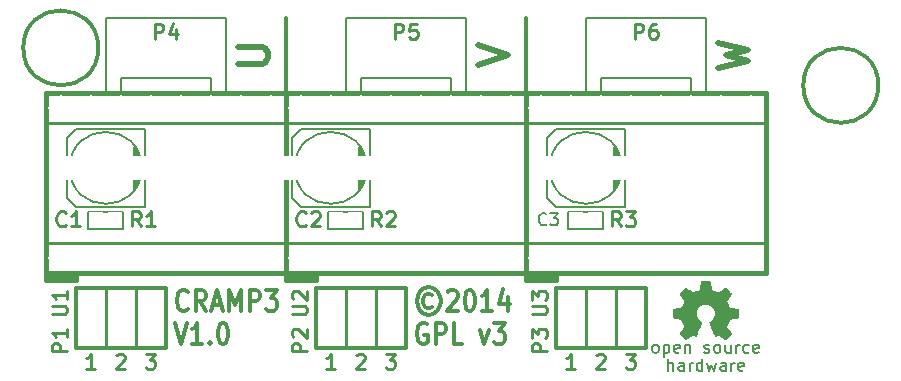
<source format=gto>
G04 (created by PCBNEW (2013-07-07 BZR 4022)-stable) date 5/12/2014 12:12:32 PM*
%MOIN*%
G04 Gerber Fmt 3.4, Leading zero omitted, Abs format*
%FSLAX34Y34*%
G01*
G70*
G90*
G04 APERTURE LIST*
%ADD10C,0.008*%
%ADD11C,0.012*%
%ADD12C,0.02*%
%ADD13C,0.01*%
%ADD14C,0.006*%
%ADD15C,0.015*%
%ADD16C,0.005*%
%ADD17C,0.0001*%
%ADD18R,0.0511024X0.0566142*%
%ADD19C,0.085*%
%ADD20R,0.085X0.085*%
%ADD21R,0.1617X0.083*%
%ADD22C,0.235*%
G04 APERTURE END LIST*
G54D10*
G54D11*
X31750Y-23500D02*
G75*
G03X31750Y-23500I-1250J0D01*
G74*
G01*
G54D12*
X52404Y-24178D02*
X53404Y-23940D01*
X52690Y-23749D01*
X53404Y-23559D01*
X52404Y-23321D01*
X44404Y-24083D02*
X45404Y-23750D01*
X44404Y-23416D01*
X36404Y-24035D02*
X37214Y-24035D01*
X37309Y-23988D01*
X37357Y-23940D01*
X37404Y-23845D01*
X37404Y-23654D01*
X37357Y-23559D01*
X37309Y-23511D01*
X37214Y-23464D01*
X36404Y-23464D01*
G54D11*
X46000Y-25000D02*
X46000Y-22500D01*
X38000Y-25000D02*
X38000Y-22500D01*
G54D13*
X47642Y-34202D02*
X47357Y-34202D01*
X47500Y-34202D02*
X47500Y-33702D01*
X47452Y-33773D01*
X47404Y-33821D01*
X47357Y-33845D01*
X48357Y-33750D02*
X48380Y-33726D01*
X48428Y-33702D01*
X48547Y-33702D01*
X48595Y-33726D01*
X48619Y-33750D01*
X48642Y-33797D01*
X48642Y-33845D01*
X48619Y-33916D01*
X48333Y-34202D01*
X48642Y-34202D01*
X49333Y-33702D02*
X49642Y-33702D01*
X49476Y-33892D01*
X49547Y-33892D01*
X49595Y-33916D01*
X49619Y-33940D01*
X49642Y-33988D01*
X49642Y-34107D01*
X49619Y-34154D01*
X49595Y-34178D01*
X49547Y-34202D01*
X49404Y-34202D01*
X49357Y-34178D01*
X49333Y-34154D01*
X31642Y-34202D02*
X31357Y-34202D01*
X31500Y-34202D02*
X31500Y-33702D01*
X31452Y-33773D01*
X31404Y-33821D01*
X31357Y-33845D01*
X32357Y-33750D02*
X32380Y-33726D01*
X32428Y-33702D01*
X32547Y-33702D01*
X32595Y-33726D01*
X32619Y-33750D01*
X32642Y-33797D01*
X32642Y-33845D01*
X32619Y-33916D01*
X32333Y-34202D01*
X32642Y-34202D01*
X33333Y-33702D02*
X33642Y-33702D01*
X33476Y-33892D01*
X33547Y-33892D01*
X33595Y-33916D01*
X33619Y-33940D01*
X33642Y-33988D01*
X33642Y-34107D01*
X33619Y-34154D01*
X33595Y-34178D01*
X33547Y-34202D01*
X33404Y-34202D01*
X33357Y-34178D01*
X33333Y-34154D01*
X41333Y-33702D02*
X41642Y-33702D01*
X41476Y-33892D01*
X41547Y-33892D01*
X41595Y-33916D01*
X41619Y-33940D01*
X41642Y-33988D01*
X41642Y-34107D01*
X41619Y-34154D01*
X41595Y-34178D01*
X41547Y-34202D01*
X41404Y-34202D01*
X41357Y-34178D01*
X41333Y-34154D01*
X40357Y-33750D02*
X40380Y-33726D01*
X40428Y-33702D01*
X40547Y-33702D01*
X40595Y-33726D01*
X40619Y-33750D01*
X40642Y-33797D01*
X40642Y-33845D01*
X40619Y-33916D01*
X40333Y-34202D01*
X40642Y-34202D01*
X39642Y-34202D02*
X39357Y-34202D01*
X39500Y-34202D02*
X39500Y-33702D01*
X39452Y-33773D01*
X39404Y-33821D01*
X39357Y-33845D01*
G54D11*
X42878Y-31750D02*
X42821Y-31716D01*
X42707Y-31716D01*
X42650Y-31750D01*
X42592Y-31816D01*
X42564Y-31883D01*
X42564Y-32016D01*
X42592Y-32083D01*
X42650Y-32150D01*
X42707Y-32183D01*
X42821Y-32183D01*
X42878Y-32150D01*
X42764Y-31483D02*
X42621Y-31516D01*
X42478Y-31616D01*
X42392Y-31783D01*
X42364Y-31950D01*
X42392Y-32116D01*
X42478Y-32283D01*
X42621Y-32383D01*
X42764Y-32416D01*
X42907Y-32383D01*
X43050Y-32283D01*
X43135Y-32116D01*
X43164Y-31950D01*
X43135Y-31783D01*
X43050Y-31616D01*
X42907Y-31516D01*
X42764Y-31483D01*
X43392Y-31650D02*
X43421Y-31616D01*
X43478Y-31583D01*
X43621Y-31583D01*
X43678Y-31616D01*
X43707Y-31650D01*
X43735Y-31716D01*
X43735Y-31783D01*
X43707Y-31883D01*
X43364Y-32283D01*
X43735Y-32283D01*
X44107Y-31583D02*
X44164Y-31583D01*
X44221Y-31616D01*
X44250Y-31650D01*
X44278Y-31716D01*
X44307Y-31850D01*
X44307Y-32016D01*
X44278Y-32150D01*
X44250Y-32216D01*
X44221Y-32250D01*
X44164Y-32283D01*
X44107Y-32283D01*
X44050Y-32250D01*
X44021Y-32216D01*
X43992Y-32150D01*
X43964Y-32016D01*
X43964Y-31850D01*
X43992Y-31716D01*
X44021Y-31650D01*
X44050Y-31616D01*
X44107Y-31583D01*
X44878Y-32283D02*
X44535Y-32283D01*
X44707Y-32283D02*
X44707Y-31583D01*
X44650Y-31683D01*
X44592Y-31750D01*
X44535Y-31783D01*
X45392Y-31816D02*
X45392Y-32283D01*
X45250Y-31550D02*
X45107Y-32050D01*
X45478Y-32050D01*
X42707Y-32716D02*
X42650Y-32683D01*
X42564Y-32683D01*
X42478Y-32716D01*
X42421Y-32783D01*
X42392Y-32850D01*
X42364Y-32983D01*
X42364Y-33083D01*
X42392Y-33216D01*
X42421Y-33283D01*
X42478Y-33350D01*
X42564Y-33383D01*
X42621Y-33383D01*
X42707Y-33350D01*
X42735Y-33316D01*
X42735Y-33083D01*
X42621Y-33083D01*
X42992Y-33383D02*
X42992Y-32683D01*
X43221Y-32683D01*
X43278Y-32716D01*
X43307Y-32750D01*
X43335Y-32816D01*
X43335Y-32916D01*
X43307Y-32983D01*
X43278Y-33016D01*
X43221Y-33050D01*
X42992Y-33050D01*
X43878Y-33383D02*
X43592Y-33383D01*
X43592Y-32683D01*
X44478Y-32916D02*
X44621Y-33383D01*
X44764Y-32916D01*
X44935Y-32683D02*
X45307Y-32683D01*
X45107Y-32950D01*
X45192Y-32950D01*
X45250Y-32983D01*
X45278Y-33016D01*
X45307Y-33083D01*
X45307Y-33250D01*
X45278Y-33316D01*
X45250Y-33350D01*
X45192Y-33383D01*
X45021Y-33383D01*
X44964Y-33350D01*
X44935Y-33316D01*
X34735Y-32216D02*
X34707Y-32250D01*
X34621Y-32283D01*
X34564Y-32283D01*
X34478Y-32250D01*
X34421Y-32183D01*
X34392Y-32116D01*
X34364Y-31983D01*
X34364Y-31883D01*
X34392Y-31750D01*
X34421Y-31683D01*
X34478Y-31616D01*
X34564Y-31583D01*
X34621Y-31583D01*
X34707Y-31616D01*
X34735Y-31650D01*
X35335Y-32283D02*
X35135Y-31950D01*
X34992Y-32283D02*
X34992Y-31583D01*
X35221Y-31583D01*
X35278Y-31616D01*
X35307Y-31650D01*
X35335Y-31716D01*
X35335Y-31816D01*
X35307Y-31883D01*
X35278Y-31916D01*
X35221Y-31950D01*
X34992Y-31950D01*
X35564Y-32083D02*
X35850Y-32083D01*
X35507Y-32283D02*
X35707Y-31583D01*
X35907Y-32283D01*
X36107Y-32283D02*
X36107Y-31583D01*
X36307Y-32083D01*
X36507Y-31583D01*
X36507Y-32283D01*
X36792Y-32283D02*
X36792Y-31583D01*
X37021Y-31583D01*
X37078Y-31616D01*
X37107Y-31650D01*
X37135Y-31716D01*
X37135Y-31816D01*
X37107Y-31883D01*
X37078Y-31916D01*
X37021Y-31950D01*
X36792Y-31950D01*
X37335Y-31583D02*
X37707Y-31583D01*
X37507Y-31850D01*
X37592Y-31850D01*
X37650Y-31883D01*
X37678Y-31916D01*
X37707Y-31983D01*
X37707Y-32150D01*
X37678Y-32216D01*
X37650Y-32250D01*
X37592Y-32283D01*
X37421Y-32283D01*
X37364Y-32250D01*
X37335Y-32216D01*
X34307Y-32683D02*
X34507Y-33383D01*
X34707Y-32683D01*
X35221Y-33383D02*
X34878Y-33383D01*
X35050Y-33383D02*
X35050Y-32683D01*
X34992Y-32783D01*
X34935Y-32850D01*
X34878Y-32883D01*
X35478Y-33316D02*
X35507Y-33350D01*
X35478Y-33383D01*
X35450Y-33350D01*
X35478Y-33316D01*
X35478Y-33383D01*
X35878Y-32683D02*
X35935Y-32683D01*
X35992Y-32716D01*
X36021Y-32750D01*
X36050Y-32816D01*
X36078Y-32950D01*
X36078Y-33116D01*
X36050Y-33250D01*
X36021Y-33316D01*
X35992Y-33350D01*
X35935Y-33383D01*
X35878Y-33383D01*
X35821Y-33350D01*
X35792Y-33316D01*
X35764Y-33250D01*
X35735Y-33116D01*
X35735Y-32950D01*
X35764Y-32816D01*
X35792Y-32750D01*
X35821Y-32716D01*
X35878Y-32683D01*
X57750Y-24750D02*
G75*
G03X57750Y-24750I-1250J0D01*
G74*
G01*
G54D14*
X47421Y-28966D02*
X48578Y-28966D01*
X48578Y-28966D02*
X48578Y-29533D01*
X48578Y-29533D02*
X47421Y-29533D01*
X47421Y-29533D02*
X47421Y-28966D01*
X39421Y-28966D02*
X40578Y-28966D01*
X40578Y-28966D02*
X40578Y-29533D01*
X40578Y-29533D02*
X39421Y-29533D01*
X39421Y-29533D02*
X39421Y-28966D01*
X31421Y-28966D02*
X32578Y-28966D01*
X32578Y-28966D02*
X32578Y-29533D01*
X32578Y-29533D02*
X31421Y-29533D01*
X31421Y-29533D02*
X31421Y-28966D01*
G54D13*
X30000Y-26000D02*
X30000Y-25000D01*
X30000Y-25000D02*
X54000Y-25000D01*
X54000Y-25000D02*
X54000Y-26000D01*
X54000Y-26000D02*
X30000Y-26000D01*
X30000Y-31000D02*
X30000Y-30000D01*
X30000Y-30000D02*
X54000Y-30000D01*
X54000Y-30000D02*
X54000Y-31000D01*
X54000Y-31000D02*
X30000Y-31000D01*
G54D15*
X46000Y-31125D02*
X47000Y-31125D01*
X46000Y-31000D02*
X46000Y-31250D01*
X46000Y-31250D02*
X47000Y-31250D01*
X47000Y-31250D02*
X47000Y-31000D01*
X46000Y-25000D02*
X54000Y-25000D01*
X54000Y-25000D02*
X54000Y-31000D01*
X54000Y-31000D02*
X46000Y-31000D01*
X46000Y-31000D02*
X46000Y-25000D01*
X38000Y-31125D02*
X39000Y-31125D01*
X38000Y-31000D02*
X38000Y-31250D01*
X38000Y-31250D02*
X39000Y-31250D01*
X39000Y-31250D02*
X39000Y-31000D01*
X38000Y-25000D02*
X46000Y-25000D01*
X46000Y-25000D02*
X46000Y-31000D01*
X46000Y-31000D02*
X38000Y-31000D01*
X38000Y-31000D02*
X38000Y-25000D01*
X30000Y-31125D02*
X31000Y-31125D01*
X30000Y-31000D02*
X30000Y-31250D01*
X30000Y-31250D02*
X31000Y-31250D01*
X31000Y-31250D02*
X31000Y-31000D01*
X30000Y-25000D02*
X38000Y-25000D01*
X38000Y-25000D02*
X38000Y-31000D01*
X38000Y-31000D02*
X30000Y-31000D01*
X30000Y-31000D02*
X30000Y-25000D01*
G54D11*
X47000Y-31500D02*
X50000Y-31500D01*
X50000Y-31500D02*
X50000Y-33500D01*
X50000Y-33500D02*
X47000Y-33500D01*
X47000Y-31500D02*
X47000Y-33500D01*
X39000Y-31500D02*
X42000Y-31500D01*
X42000Y-31500D02*
X42000Y-33500D01*
X42000Y-33500D02*
X39000Y-33500D01*
X39000Y-31500D02*
X39000Y-33500D01*
X31000Y-31500D02*
X34000Y-31500D01*
X34000Y-31500D02*
X34000Y-33500D01*
X34000Y-33500D02*
X31000Y-33500D01*
X31000Y-31500D02*
X31000Y-33500D01*
G54D10*
X48500Y-25000D02*
X48500Y-24500D01*
X48500Y-24500D02*
X51500Y-24500D01*
X51500Y-24500D02*
X51500Y-25000D01*
X48000Y-22500D02*
X48000Y-25000D01*
X48000Y-25000D02*
X52000Y-25000D01*
X52000Y-25000D02*
X52000Y-22500D01*
X52000Y-22500D02*
X48000Y-22500D01*
X40500Y-25000D02*
X40500Y-24500D01*
X40500Y-24500D02*
X43500Y-24500D01*
X43500Y-24500D02*
X43500Y-25000D01*
X40000Y-22500D02*
X40000Y-25000D01*
X40000Y-25000D02*
X44000Y-25000D01*
X44000Y-25000D02*
X44000Y-22500D01*
X44000Y-22500D02*
X40000Y-22500D01*
X32500Y-25000D02*
X32500Y-24500D01*
X32500Y-24500D02*
X35500Y-24500D01*
X35500Y-24500D02*
X35500Y-25000D01*
X32000Y-22500D02*
X32000Y-25000D01*
X32000Y-25000D02*
X36000Y-25000D01*
X36000Y-25000D02*
X36000Y-22500D01*
X36000Y-22500D02*
X32000Y-22500D01*
G54D16*
X49150Y-27800D02*
X49150Y-27200D01*
X49100Y-27050D02*
X49100Y-27950D01*
X49050Y-28050D02*
X49050Y-26950D01*
X49000Y-26850D02*
X49000Y-28150D01*
X48950Y-28200D02*
X48950Y-26800D01*
X49200Y-27500D02*
G75*
G03X49200Y-27500I-1200J0D01*
G74*
G01*
X49300Y-28800D02*
X49300Y-26200D01*
X49300Y-26200D02*
X47000Y-26200D01*
X47000Y-26200D02*
X46700Y-26500D01*
X46700Y-26500D02*
X46700Y-28500D01*
X46700Y-28500D02*
X47000Y-28800D01*
X47000Y-28800D02*
X49300Y-28800D01*
X47150Y-27500D02*
X47450Y-27500D01*
X47300Y-27650D02*
X47300Y-27350D01*
X40650Y-27800D02*
X40650Y-27200D01*
X40600Y-27050D02*
X40600Y-27950D01*
X40550Y-28050D02*
X40550Y-26950D01*
X40500Y-26850D02*
X40500Y-28150D01*
X40450Y-28200D02*
X40450Y-26800D01*
X40700Y-27500D02*
G75*
G03X40700Y-27500I-1200J0D01*
G74*
G01*
X40800Y-28800D02*
X40800Y-26200D01*
X40800Y-26200D02*
X38500Y-26200D01*
X38500Y-26200D02*
X38200Y-26500D01*
X38200Y-26500D02*
X38200Y-28500D01*
X38200Y-28500D02*
X38500Y-28800D01*
X38500Y-28800D02*
X40800Y-28800D01*
X38650Y-27500D02*
X38950Y-27500D01*
X38800Y-27650D02*
X38800Y-27350D01*
X33150Y-27800D02*
X33150Y-27200D01*
X33100Y-27050D02*
X33100Y-27950D01*
X33050Y-28050D02*
X33050Y-26950D01*
X33000Y-26850D02*
X33000Y-28150D01*
X32950Y-28200D02*
X32950Y-26800D01*
X33200Y-27500D02*
G75*
G03X33200Y-27500I-1200J0D01*
G74*
G01*
X33300Y-28800D02*
X33300Y-26200D01*
X33300Y-26200D02*
X31000Y-26200D01*
X31000Y-26200D02*
X30700Y-26500D01*
X30700Y-26500D02*
X30700Y-28500D01*
X30700Y-28500D02*
X31000Y-28800D01*
X31000Y-28800D02*
X33300Y-28800D01*
X31150Y-27500D02*
X31450Y-27500D01*
X31300Y-27650D02*
X31300Y-27350D01*
G54D13*
X31750Y-23500D02*
G75*
G03X31750Y-23500I-1250J0D01*
G74*
G01*
X57750Y-24750D02*
G75*
G03X57750Y-24750I-1250J0D01*
G74*
G01*
X31000Y-33500D02*
X31000Y-31500D01*
X31000Y-31500D02*
X32000Y-31500D01*
X32000Y-31500D02*
X32000Y-33500D01*
X32000Y-33500D02*
X31000Y-33500D01*
X32000Y-33500D02*
X32000Y-31500D01*
X32000Y-31500D02*
X33000Y-31500D01*
X33000Y-31500D02*
X33000Y-33500D01*
X33000Y-33500D02*
X32000Y-33500D01*
X33000Y-33500D02*
X33000Y-31500D01*
X33000Y-31500D02*
X34000Y-31500D01*
X34000Y-31500D02*
X34000Y-33500D01*
X34000Y-33500D02*
X33000Y-33500D01*
X39000Y-33500D02*
X39000Y-31500D01*
X39000Y-31500D02*
X40000Y-31500D01*
X40000Y-31500D02*
X40000Y-33500D01*
X40000Y-33500D02*
X39000Y-33500D01*
X40000Y-33500D02*
X40000Y-31500D01*
X40000Y-31500D02*
X41000Y-31500D01*
X41000Y-31500D02*
X41000Y-33500D01*
X41000Y-33500D02*
X40000Y-33500D01*
X41000Y-33500D02*
X41000Y-31500D01*
X41000Y-31500D02*
X42000Y-31500D01*
X42000Y-31500D02*
X42000Y-33500D01*
X42000Y-33500D02*
X41000Y-33500D01*
X47000Y-33500D02*
X47000Y-31500D01*
X47000Y-31500D02*
X48000Y-31500D01*
X48000Y-31500D02*
X48000Y-33500D01*
X48000Y-33500D02*
X47000Y-33500D01*
X48000Y-33500D02*
X48000Y-31500D01*
X48000Y-31500D02*
X49000Y-31500D01*
X49000Y-31500D02*
X49000Y-33500D01*
X49000Y-33500D02*
X48000Y-33500D01*
X49000Y-33500D02*
X49000Y-31500D01*
X49000Y-31500D02*
X50000Y-31500D01*
X50000Y-31500D02*
X50000Y-33500D01*
X50000Y-33500D02*
X49000Y-33500D01*
G54D17*
G36*
X51336Y-33234D02*
X51347Y-33228D01*
X51373Y-33212D01*
X51409Y-33188D01*
X51453Y-33159D01*
X51496Y-33129D01*
X51532Y-33105D01*
X51557Y-33089D01*
X51567Y-33084D01*
X51573Y-33086D01*
X51593Y-33096D01*
X51623Y-33111D01*
X51641Y-33120D01*
X51668Y-33132D01*
X51682Y-33134D01*
X51684Y-33131D01*
X51694Y-33110D01*
X51710Y-33074D01*
X51731Y-33026D01*
X51754Y-32971D01*
X51780Y-32911D01*
X51805Y-32850D01*
X51829Y-32791D01*
X51851Y-32739D01*
X51868Y-32696D01*
X51879Y-32667D01*
X51883Y-32654D01*
X51882Y-32651D01*
X51868Y-32638D01*
X51844Y-32620D01*
X51793Y-32578D01*
X51741Y-32514D01*
X51710Y-32441D01*
X51700Y-32361D01*
X51709Y-32286D01*
X51738Y-32214D01*
X51788Y-32149D01*
X51849Y-32101D01*
X51920Y-32071D01*
X52000Y-32061D01*
X52076Y-32070D01*
X52149Y-32099D01*
X52214Y-32148D01*
X52241Y-32179D01*
X52279Y-32245D01*
X52300Y-32315D01*
X52303Y-32333D01*
X52299Y-32410D01*
X52277Y-32483D01*
X52236Y-32549D01*
X52180Y-32603D01*
X52173Y-32609D01*
X52146Y-32628D01*
X52129Y-32642D01*
X52115Y-32653D01*
X52213Y-32889D01*
X52229Y-32926D01*
X52256Y-32991D01*
X52279Y-33046D01*
X52298Y-33090D01*
X52311Y-33120D01*
X52317Y-33132D01*
X52318Y-33132D01*
X52326Y-33134D01*
X52344Y-33127D01*
X52377Y-33111D01*
X52399Y-33100D01*
X52424Y-33088D01*
X52435Y-33084D01*
X52445Y-33089D01*
X52469Y-33104D01*
X52504Y-33128D01*
X52546Y-33157D01*
X52586Y-33184D01*
X52623Y-33208D01*
X52650Y-33225D01*
X52663Y-33232D01*
X52665Y-33232D01*
X52677Y-33226D01*
X52698Y-33208D01*
X52730Y-33178D01*
X52776Y-33133D01*
X52783Y-33126D01*
X52820Y-33088D01*
X52850Y-33056D01*
X52871Y-33034D01*
X52878Y-33023D01*
X52878Y-33023D01*
X52871Y-33010D01*
X52854Y-32984D01*
X52830Y-32946D01*
X52800Y-32902D01*
X52722Y-32789D01*
X52765Y-32682D01*
X52778Y-32649D01*
X52795Y-32609D01*
X52807Y-32581D01*
X52813Y-32568D01*
X52825Y-32564D01*
X52854Y-32557D01*
X52897Y-32548D01*
X52948Y-32539D01*
X52996Y-32530D01*
X53039Y-32522D01*
X53071Y-32516D01*
X53085Y-32513D01*
X53089Y-32511D01*
X53091Y-32504D01*
X53093Y-32489D01*
X53094Y-32463D01*
X53095Y-32421D01*
X53095Y-32361D01*
X53095Y-32354D01*
X53094Y-32296D01*
X53093Y-32251D01*
X53092Y-32220D01*
X53090Y-32209D01*
X53090Y-32208D01*
X53076Y-32205D01*
X53045Y-32199D01*
X53002Y-32190D01*
X52950Y-32180D01*
X52946Y-32180D01*
X52895Y-32170D01*
X52851Y-32161D01*
X52821Y-32154D01*
X52808Y-32150D01*
X52805Y-32146D01*
X52795Y-32126D01*
X52780Y-32094D01*
X52763Y-32054D01*
X52746Y-32014D01*
X52731Y-31977D01*
X52721Y-31950D01*
X52718Y-31937D01*
X52719Y-31937D01*
X52726Y-31925D01*
X52744Y-31898D01*
X52769Y-31860D01*
X52800Y-31816D01*
X52802Y-31813D01*
X52832Y-31769D01*
X52856Y-31732D01*
X52872Y-31706D01*
X52878Y-31694D01*
X52878Y-31693D01*
X52868Y-31680D01*
X52846Y-31655D01*
X52814Y-31622D01*
X52775Y-31583D01*
X52763Y-31571D01*
X52721Y-31530D01*
X52691Y-31502D01*
X52673Y-31488D01*
X52664Y-31485D01*
X52663Y-31485D01*
X52650Y-31493D01*
X52623Y-31511D01*
X52585Y-31536D01*
X52541Y-31567D01*
X52538Y-31569D01*
X52494Y-31598D01*
X52457Y-31623D01*
X52431Y-31640D01*
X52420Y-31647D01*
X52418Y-31647D01*
X52400Y-31642D01*
X52369Y-31631D01*
X52331Y-31616D01*
X52290Y-31600D01*
X52254Y-31584D01*
X52226Y-31572D01*
X52213Y-31564D01*
X52213Y-31564D01*
X52208Y-31548D01*
X52200Y-31515D01*
X52191Y-31470D01*
X52181Y-31417D01*
X52179Y-31408D01*
X52169Y-31356D01*
X52161Y-31313D01*
X52155Y-31283D01*
X52152Y-31271D01*
X52144Y-31269D01*
X52119Y-31267D01*
X52080Y-31266D01*
X52033Y-31265D01*
X51983Y-31266D01*
X51935Y-31267D01*
X51893Y-31268D01*
X51864Y-31270D01*
X51852Y-31273D01*
X51851Y-31273D01*
X51847Y-31290D01*
X51839Y-31322D01*
X51830Y-31368D01*
X51820Y-31422D01*
X51818Y-31431D01*
X51808Y-31483D01*
X51799Y-31526D01*
X51793Y-31555D01*
X51790Y-31567D01*
X51785Y-31569D01*
X51764Y-31579D01*
X51729Y-31593D01*
X51686Y-31611D01*
X51585Y-31651D01*
X51462Y-31567D01*
X51451Y-31559D01*
X51407Y-31529D01*
X51370Y-31505D01*
X51345Y-31489D01*
X51335Y-31483D01*
X51334Y-31483D01*
X51322Y-31494D01*
X51297Y-31517D01*
X51264Y-31549D01*
X51225Y-31588D01*
X51197Y-31616D01*
X51163Y-31651D01*
X51141Y-31674D01*
X51130Y-31689D01*
X51125Y-31698D01*
X51126Y-31704D01*
X51134Y-31716D01*
X51152Y-31743D01*
X51178Y-31781D01*
X51208Y-31824D01*
X51232Y-31860D01*
X51259Y-31902D01*
X51276Y-31931D01*
X51282Y-31946D01*
X51281Y-31952D01*
X51272Y-31976D01*
X51258Y-32012D01*
X51239Y-32055D01*
X51196Y-32153D01*
X51133Y-32165D01*
X51094Y-32172D01*
X51040Y-32183D01*
X50988Y-32193D01*
X50907Y-32208D01*
X50904Y-32505D01*
X50917Y-32511D01*
X50929Y-32514D01*
X50959Y-32521D01*
X51002Y-32529D01*
X51052Y-32539D01*
X51095Y-32547D01*
X51138Y-32555D01*
X51169Y-32561D01*
X51183Y-32564D01*
X51187Y-32568D01*
X51197Y-32589D01*
X51213Y-32623D01*
X51230Y-32663D01*
X51247Y-32704D01*
X51262Y-32743D01*
X51273Y-32772D01*
X51277Y-32787D01*
X51271Y-32798D01*
X51255Y-32824D01*
X51231Y-32860D01*
X51202Y-32903D01*
X51172Y-32946D01*
X51147Y-32983D01*
X51130Y-33009D01*
X51123Y-33021D01*
X51126Y-33030D01*
X51144Y-33050D01*
X51176Y-33084D01*
X51224Y-33132D01*
X51232Y-33139D01*
X51271Y-33176D01*
X51303Y-33206D01*
X51326Y-33226D01*
X51336Y-33234D01*
X51336Y-33234D01*
G37*
G54D13*
X49166Y-29452D02*
X49000Y-29214D01*
X48880Y-29452D02*
X48880Y-28952D01*
X49071Y-28952D01*
X49119Y-28976D01*
X49142Y-29000D01*
X49166Y-29047D01*
X49166Y-29119D01*
X49142Y-29166D01*
X49119Y-29190D01*
X49071Y-29214D01*
X48880Y-29214D01*
X49333Y-28952D02*
X49642Y-28952D01*
X49476Y-29142D01*
X49547Y-29142D01*
X49595Y-29166D01*
X49619Y-29190D01*
X49642Y-29238D01*
X49642Y-29357D01*
X49619Y-29404D01*
X49595Y-29428D01*
X49547Y-29452D01*
X49404Y-29452D01*
X49357Y-29428D01*
X49333Y-29404D01*
X41166Y-29452D02*
X41000Y-29214D01*
X40880Y-29452D02*
X40880Y-28952D01*
X41071Y-28952D01*
X41119Y-28976D01*
X41142Y-29000D01*
X41166Y-29047D01*
X41166Y-29119D01*
X41142Y-29166D01*
X41119Y-29190D01*
X41071Y-29214D01*
X40880Y-29214D01*
X41357Y-29000D02*
X41380Y-28976D01*
X41428Y-28952D01*
X41547Y-28952D01*
X41595Y-28976D01*
X41619Y-29000D01*
X41642Y-29047D01*
X41642Y-29095D01*
X41619Y-29166D01*
X41333Y-29452D01*
X41642Y-29452D01*
X33166Y-29452D02*
X33000Y-29214D01*
X32880Y-29452D02*
X32880Y-28952D01*
X33071Y-28952D01*
X33119Y-28976D01*
X33142Y-29000D01*
X33166Y-29047D01*
X33166Y-29119D01*
X33142Y-29166D01*
X33119Y-29190D01*
X33071Y-29214D01*
X32880Y-29214D01*
X33642Y-29452D02*
X33357Y-29452D01*
X33500Y-29452D02*
X33500Y-28952D01*
X33452Y-29023D01*
X33404Y-29071D01*
X33357Y-29095D01*
X46202Y-32380D02*
X46607Y-32380D01*
X46654Y-32357D01*
X46678Y-32333D01*
X46702Y-32285D01*
X46702Y-32190D01*
X46678Y-32142D01*
X46654Y-32119D01*
X46607Y-32095D01*
X46202Y-32095D01*
X46202Y-31904D02*
X46202Y-31595D01*
X46392Y-31761D01*
X46392Y-31690D01*
X46416Y-31642D01*
X46440Y-31619D01*
X46488Y-31595D01*
X46607Y-31595D01*
X46654Y-31619D01*
X46678Y-31642D01*
X46702Y-31690D01*
X46702Y-31833D01*
X46678Y-31880D01*
X46654Y-31904D01*
X38202Y-32380D02*
X38607Y-32380D01*
X38654Y-32357D01*
X38678Y-32333D01*
X38702Y-32285D01*
X38702Y-32190D01*
X38678Y-32142D01*
X38654Y-32119D01*
X38607Y-32095D01*
X38202Y-32095D01*
X38250Y-31880D02*
X38226Y-31857D01*
X38202Y-31809D01*
X38202Y-31690D01*
X38226Y-31642D01*
X38250Y-31619D01*
X38297Y-31595D01*
X38345Y-31595D01*
X38416Y-31619D01*
X38702Y-31904D01*
X38702Y-31595D01*
X30202Y-32380D02*
X30607Y-32380D01*
X30654Y-32357D01*
X30678Y-32333D01*
X30702Y-32285D01*
X30702Y-32190D01*
X30678Y-32142D01*
X30654Y-32119D01*
X30607Y-32095D01*
X30202Y-32095D01*
X30702Y-31595D02*
X30702Y-31880D01*
X30702Y-31738D02*
X30202Y-31738D01*
X30273Y-31785D01*
X30321Y-31833D01*
X30345Y-31880D01*
X46702Y-33619D02*
X46202Y-33619D01*
X46202Y-33428D01*
X46226Y-33380D01*
X46250Y-33357D01*
X46297Y-33333D01*
X46369Y-33333D01*
X46416Y-33357D01*
X46440Y-33380D01*
X46464Y-33428D01*
X46464Y-33619D01*
X46202Y-33166D02*
X46202Y-32857D01*
X46392Y-33023D01*
X46392Y-32952D01*
X46416Y-32904D01*
X46440Y-32880D01*
X46488Y-32857D01*
X46607Y-32857D01*
X46654Y-32880D01*
X46678Y-32904D01*
X46702Y-32952D01*
X46702Y-33095D01*
X46678Y-33142D01*
X46654Y-33166D01*
X38702Y-33619D02*
X38202Y-33619D01*
X38202Y-33428D01*
X38226Y-33380D01*
X38250Y-33357D01*
X38297Y-33333D01*
X38369Y-33333D01*
X38416Y-33357D01*
X38440Y-33380D01*
X38464Y-33428D01*
X38464Y-33619D01*
X38250Y-33142D02*
X38226Y-33119D01*
X38202Y-33071D01*
X38202Y-32952D01*
X38226Y-32904D01*
X38250Y-32880D01*
X38297Y-32857D01*
X38345Y-32857D01*
X38416Y-32880D01*
X38702Y-33166D01*
X38702Y-32857D01*
X30702Y-33619D02*
X30202Y-33619D01*
X30202Y-33428D01*
X30226Y-33380D01*
X30250Y-33357D01*
X30297Y-33333D01*
X30369Y-33333D01*
X30416Y-33357D01*
X30440Y-33380D01*
X30464Y-33428D01*
X30464Y-33619D01*
X30702Y-32857D02*
X30702Y-33142D01*
X30702Y-33000D02*
X30202Y-33000D01*
X30273Y-33047D01*
X30321Y-33095D01*
X30345Y-33142D01*
X49630Y-23202D02*
X49630Y-22702D01*
X49821Y-22702D01*
X49869Y-22726D01*
X49892Y-22750D01*
X49916Y-22797D01*
X49916Y-22869D01*
X49892Y-22916D01*
X49869Y-22940D01*
X49821Y-22964D01*
X49630Y-22964D01*
X50345Y-22702D02*
X50250Y-22702D01*
X50202Y-22726D01*
X50178Y-22750D01*
X50130Y-22821D01*
X50107Y-22916D01*
X50107Y-23107D01*
X50130Y-23154D01*
X50154Y-23178D01*
X50202Y-23202D01*
X50297Y-23202D01*
X50345Y-23178D01*
X50369Y-23154D01*
X50392Y-23107D01*
X50392Y-22988D01*
X50369Y-22940D01*
X50345Y-22916D01*
X50297Y-22892D01*
X50202Y-22892D01*
X50154Y-22916D01*
X50130Y-22940D01*
X50107Y-22988D01*
X41630Y-23202D02*
X41630Y-22702D01*
X41821Y-22702D01*
X41869Y-22726D01*
X41892Y-22750D01*
X41916Y-22797D01*
X41916Y-22869D01*
X41892Y-22916D01*
X41869Y-22940D01*
X41821Y-22964D01*
X41630Y-22964D01*
X42369Y-22702D02*
X42130Y-22702D01*
X42107Y-22940D01*
X42130Y-22916D01*
X42178Y-22892D01*
X42297Y-22892D01*
X42345Y-22916D01*
X42369Y-22940D01*
X42392Y-22988D01*
X42392Y-23107D01*
X42369Y-23154D01*
X42345Y-23178D01*
X42297Y-23202D01*
X42178Y-23202D01*
X42130Y-23178D01*
X42107Y-23154D01*
X33630Y-23202D02*
X33630Y-22702D01*
X33821Y-22702D01*
X33869Y-22726D01*
X33892Y-22750D01*
X33916Y-22797D01*
X33916Y-22869D01*
X33892Y-22916D01*
X33869Y-22940D01*
X33821Y-22964D01*
X33630Y-22964D01*
X34345Y-22869D02*
X34345Y-23202D01*
X34226Y-22678D02*
X34107Y-23035D01*
X34416Y-23035D01*
G54D10*
X46683Y-29373D02*
X46664Y-29392D01*
X46607Y-29411D01*
X46569Y-29411D01*
X46511Y-29392D01*
X46473Y-29354D01*
X46454Y-29316D01*
X46435Y-29240D01*
X46435Y-29183D01*
X46454Y-29107D01*
X46473Y-29069D01*
X46511Y-29030D01*
X46569Y-29011D01*
X46607Y-29011D01*
X46664Y-29030D01*
X46683Y-29050D01*
X46816Y-29011D02*
X47064Y-29011D01*
X46930Y-29164D01*
X46988Y-29164D01*
X47026Y-29183D01*
X47045Y-29202D01*
X47064Y-29240D01*
X47064Y-29335D01*
X47045Y-29373D01*
X47026Y-29392D01*
X46988Y-29411D01*
X46873Y-29411D01*
X46835Y-29392D01*
X46816Y-29373D01*
G54D13*
X38666Y-29404D02*
X38642Y-29428D01*
X38571Y-29452D01*
X38523Y-29452D01*
X38452Y-29428D01*
X38404Y-29380D01*
X38380Y-29333D01*
X38357Y-29238D01*
X38357Y-29166D01*
X38380Y-29071D01*
X38404Y-29023D01*
X38452Y-28976D01*
X38523Y-28952D01*
X38571Y-28952D01*
X38642Y-28976D01*
X38666Y-29000D01*
X38857Y-29000D02*
X38880Y-28976D01*
X38928Y-28952D01*
X39047Y-28952D01*
X39095Y-28976D01*
X39119Y-29000D01*
X39142Y-29047D01*
X39142Y-29095D01*
X39119Y-29166D01*
X38833Y-29452D01*
X39142Y-29452D01*
X30666Y-29404D02*
X30642Y-29428D01*
X30571Y-29452D01*
X30523Y-29452D01*
X30452Y-29428D01*
X30404Y-29380D01*
X30380Y-29333D01*
X30357Y-29238D01*
X30357Y-29166D01*
X30380Y-29071D01*
X30404Y-29023D01*
X30452Y-28976D01*
X30523Y-28952D01*
X30571Y-28952D01*
X30642Y-28976D01*
X30666Y-29000D01*
X31142Y-29452D02*
X30857Y-29452D01*
X31000Y-29452D02*
X31000Y-28952D01*
X30952Y-29023D01*
X30904Y-29071D01*
X30857Y-29095D01*
G54D10*
X50742Y-34261D02*
X50742Y-33861D01*
X50914Y-34261D02*
X50914Y-34052D01*
X50895Y-34014D01*
X50857Y-33995D01*
X50800Y-33995D01*
X50761Y-34014D01*
X50742Y-34033D01*
X51276Y-34261D02*
X51276Y-34052D01*
X51257Y-34014D01*
X51219Y-33995D01*
X51142Y-33995D01*
X51104Y-34014D01*
X51276Y-34242D02*
X51238Y-34261D01*
X51142Y-34261D01*
X51104Y-34242D01*
X51085Y-34204D01*
X51085Y-34166D01*
X51104Y-34128D01*
X51142Y-34109D01*
X51238Y-34109D01*
X51276Y-34090D01*
X51466Y-34261D02*
X51466Y-33995D01*
X51466Y-34071D02*
X51485Y-34033D01*
X51504Y-34014D01*
X51542Y-33995D01*
X51580Y-33995D01*
X51885Y-34261D02*
X51885Y-33861D01*
X51885Y-34242D02*
X51847Y-34261D01*
X51771Y-34261D01*
X51733Y-34242D01*
X51714Y-34223D01*
X51695Y-34185D01*
X51695Y-34071D01*
X51714Y-34033D01*
X51733Y-34014D01*
X51771Y-33995D01*
X51847Y-33995D01*
X51885Y-34014D01*
X52038Y-33995D02*
X52114Y-34261D01*
X52190Y-34071D01*
X52266Y-34261D01*
X52342Y-33995D01*
X52666Y-34261D02*
X52666Y-34052D01*
X52647Y-34014D01*
X52609Y-33995D01*
X52533Y-33995D01*
X52495Y-34014D01*
X52666Y-34242D02*
X52628Y-34261D01*
X52533Y-34261D01*
X52495Y-34242D01*
X52476Y-34204D01*
X52476Y-34166D01*
X52495Y-34128D01*
X52533Y-34109D01*
X52628Y-34109D01*
X52666Y-34090D01*
X52857Y-34261D02*
X52857Y-33995D01*
X52857Y-34071D02*
X52876Y-34033D01*
X52895Y-34014D01*
X52933Y-33995D01*
X52971Y-33995D01*
X53257Y-34242D02*
X53219Y-34261D01*
X53142Y-34261D01*
X53104Y-34242D01*
X53085Y-34204D01*
X53085Y-34052D01*
X53104Y-34014D01*
X53142Y-33995D01*
X53219Y-33995D01*
X53257Y-34014D01*
X53276Y-34052D01*
X53276Y-34090D01*
X53085Y-34128D01*
X50295Y-33661D02*
X50257Y-33642D01*
X50238Y-33623D01*
X50219Y-33585D01*
X50219Y-33471D01*
X50238Y-33433D01*
X50257Y-33414D01*
X50295Y-33395D01*
X50352Y-33395D01*
X50390Y-33414D01*
X50409Y-33433D01*
X50428Y-33471D01*
X50428Y-33585D01*
X50409Y-33623D01*
X50390Y-33642D01*
X50352Y-33661D01*
X50295Y-33661D01*
X50600Y-33395D02*
X50600Y-33795D01*
X50600Y-33414D02*
X50638Y-33395D01*
X50714Y-33395D01*
X50752Y-33414D01*
X50771Y-33433D01*
X50790Y-33471D01*
X50790Y-33585D01*
X50771Y-33623D01*
X50752Y-33642D01*
X50714Y-33661D01*
X50638Y-33661D01*
X50600Y-33642D01*
X51114Y-33642D02*
X51076Y-33661D01*
X51000Y-33661D01*
X50961Y-33642D01*
X50942Y-33604D01*
X50942Y-33452D01*
X50961Y-33414D01*
X51000Y-33395D01*
X51076Y-33395D01*
X51114Y-33414D01*
X51133Y-33452D01*
X51133Y-33490D01*
X50942Y-33528D01*
X51304Y-33395D02*
X51304Y-33661D01*
X51304Y-33433D02*
X51323Y-33414D01*
X51361Y-33395D01*
X51419Y-33395D01*
X51457Y-33414D01*
X51476Y-33452D01*
X51476Y-33661D01*
X51952Y-33642D02*
X51990Y-33661D01*
X52066Y-33661D01*
X52104Y-33642D01*
X52123Y-33604D01*
X52123Y-33585D01*
X52104Y-33547D01*
X52066Y-33528D01*
X52009Y-33528D01*
X51971Y-33509D01*
X51952Y-33471D01*
X51952Y-33452D01*
X51971Y-33414D01*
X52009Y-33395D01*
X52066Y-33395D01*
X52104Y-33414D01*
X52352Y-33661D02*
X52314Y-33642D01*
X52295Y-33623D01*
X52276Y-33585D01*
X52276Y-33471D01*
X52295Y-33433D01*
X52314Y-33414D01*
X52352Y-33395D01*
X52409Y-33395D01*
X52447Y-33414D01*
X52466Y-33433D01*
X52485Y-33471D01*
X52485Y-33585D01*
X52466Y-33623D01*
X52447Y-33642D01*
X52409Y-33661D01*
X52352Y-33661D01*
X52828Y-33395D02*
X52828Y-33661D01*
X52657Y-33395D02*
X52657Y-33604D01*
X52676Y-33642D01*
X52714Y-33661D01*
X52771Y-33661D01*
X52809Y-33642D01*
X52828Y-33623D01*
X53019Y-33661D02*
X53019Y-33395D01*
X53019Y-33471D02*
X53038Y-33433D01*
X53057Y-33414D01*
X53095Y-33395D01*
X53133Y-33395D01*
X53438Y-33642D02*
X53399Y-33661D01*
X53323Y-33661D01*
X53285Y-33642D01*
X53266Y-33623D01*
X53247Y-33585D01*
X53247Y-33471D01*
X53266Y-33433D01*
X53285Y-33414D01*
X53323Y-33395D01*
X53399Y-33395D01*
X53438Y-33414D01*
X53761Y-33642D02*
X53723Y-33661D01*
X53647Y-33661D01*
X53609Y-33642D01*
X53590Y-33604D01*
X53590Y-33452D01*
X53609Y-33414D01*
X53647Y-33395D01*
X53723Y-33395D01*
X53761Y-33414D01*
X53780Y-33452D01*
X53780Y-33490D01*
X53590Y-33528D01*
%LPC*%
G54D18*
X47677Y-29250D03*
X48322Y-29250D03*
X39677Y-29250D03*
X40322Y-29250D03*
X31677Y-29250D03*
X32322Y-29250D03*
G54D19*
X46500Y-30500D03*
X47500Y-30500D03*
X48500Y-30500D03*
X49500Y-30500D03*
X50500Y-30500D03*
X51500Y-30500D03*
X52500Y-30500D03*
X53500Y-30500D03*
X53500Y-25500D03*
X52500Y-25500D03*
X51500Y-25500D03*
X50500Y-25500D03*
X49500Y-25500D03*
X48500Y-25500D03*
X47500Y-25500D03*
X46500Y-25500D03*
X38500Y-30500D03*
X39500Y-30500D03*
X40500Y-30500D03*
X41500Y-30500D03*
X42500Y-30500D03*
X43500Y-30500D03*
X44500Y-30500D03*
X45500Y-30500D03*
X45500Y-25500D03*
X44500Y-25500D03*
X43500Y-25500D03*
X42500Y-25500D03*
X41500Y-25500D03*
X40500Y-25500D03*
X39500Y-25500D03*
X38500Y-25500D03*
X30500Y-30500D03*
X31500Y-30500D03*
X32500Y-30500D03*
X33500Y-30500D03*
X34500Y-30500D03*
X35500Y-30500D03*
X36500Y-30500D03*
X37500Y-30500D03*
X37500Y-25500D03*
X36500Y-25500D03*
X35500Y-25500D03*
X34500Y-25500D03*
X33500Y-25500D03*
X32500Y-25500D03*
X31500Y-25500D03*
X30500Y-25500D03*
G54D20*
X47500Y-33000D03*
G54D19*
X47500Y-32000D03*
X48500Y-33000D03*
X48500Y-32000D03*
X49500Y-33000D03*
X49500Y-32000D03*
G54D20*
X39500Y-33000D03*
G54D19*
X39500Y-32000D03*
X40500Y-33000D03*
X40500Y-32000D03*
X41500Y-33000D03*
X41500Y-32000D03*
G54D20*
X31500Y-33000D03*
G54D19*
X31500Y-32000D03*
X32500Y-33000D03*
X32500Y-32000D03*
X33500Y-33000D03*
X33500Y-32000D03*
G54D20*
X48500Y-23750D03*
G54D19*
X49500Y-23750D03*
X50500Y-23750D03*
X51500Y-23750D03*
G54D20*
X40500Y-23750D03*
G54D19*
X41500Y-23750D03*
X42500Y-23750D03*
X43500Y-23750D03*
G54D20*
X32500Y-23750D03*
G54D19*
X33500Y-23750D03*
X34500Y-23750D03*
X35500Y-23750D03*
G54D21*
X46917Y-27500D03*
X49083Y-27500D03*
X38417Y-27500D03*
X40583Y-27500D03*
X30917Y-27500D03*
X33083Y-27500D03*
G54D22*
X30500Y-23500D03*
X56500Y-24750D03*
G54D20*
X53500Y-27000D03*
G54D19*
X53500Y-28000D03*
X52500Y-27000D03*
X52500Y-28000D03*
X51500Y-27000D03*
X51500Y-28000D03*
X50500Y-27000D03*
X50500Y-28000D03*
G54D20*
X45500Y-27000D03*
G54D19*
X45500Y-28000D03*
X44500Y-27000D03*
X44500Y-28000D03*
X43500Y-27000D03*
X43500Y-28000D03*
X42500Y-27000D03*
X42500Y-28000D03*
G54D20*
X36500Y-27000D03*
G54D19*
X36500Y-28000D03*
X35500Y-27000D03*
X35500Y-28000D03*
X34500Y-27000D03*
X34500Y-28000D03*
M02*

</source>
